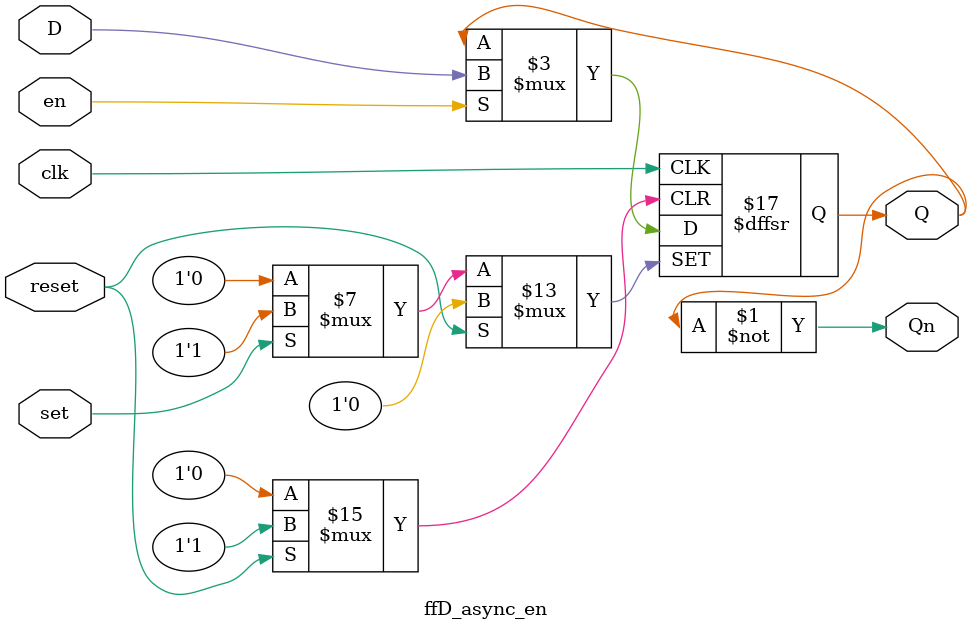
<source format=v>
module ffD_async_en (
    input wire D,
    input wire clk,
    input wire reset,    // reset asíncrono
    input wire set,      // set asíncrono
    input wire en,
    output reg Q,
    output wire Qn
);

assign Qn = ~Q;

always @(posedge clk or posedge reset or posedge set) begin
    if (reset)
        Q <= 1'b0;
    else if (set)
        Q <= 1'b1;
    else if (en)
        Q <= D;
end

endmodule
</source>
